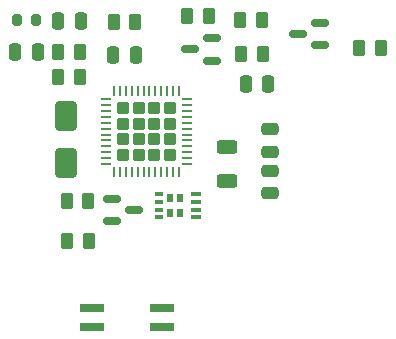
<source format=gbr>
%TF.GenerationSoftware,KiCad,Pcbnew,7.0.9*%
%TF.CreationDate,2024-04-10T12:07:57+02:00*%
%TF.ProjectId,Test_1,54657374-5f31-42e6-9b69-6361645f7063,rev?*%
%TF.SameCoordinates,Original*%
%TF.FileFunction,Paste,Top*%
%TF.FilePolarity,Positive*%
%FSLAX46Y46*%
G04 Gerber Fmt 4.6, Leading zero omitted, Abs format (unit mm)*
G04 Created by KiCad (PCBNEW 7.0.9) date 2024-04-10 12:07:57*
%MOMM*%
%LPD*%
G01*
G04 APERTURE LIST*
G04 Aperture macros list*
%AMRoundRect*
0 Rectangle with rounded corners*
0 $1 Rounding radius*
0 $2 $3 $4 $5 $6 $7 $8 $9 X,Y pos of 4 corners*
0 Add a 4 corners polygon primitive as box body*
4,1,4,$2,$3,$4,$5,$6,$7,$8,$9,$2,$3,0*
0 Add four circle primitives for the rounded corners*
1,1,$1+$1,$2,$3*
1,1,$1+$1,$4,$5*
1,1,$1+$1,$6,$7*
1,1,$1+$1,$8,$9*
0 Add four rect primitives between the rounded corners*
20,1,$1+$1,$2,$3,$4,$5,0*
20,1,$1+$1,$4,$5,$6,$7,0*
20,1,$1+$1,$6,$7,$8,$9,0*
20,1,$1+$1,$8,$9,$2,$3,0*%
G04 Aperture macros list end*
%ADD10RoundRect,0.250000X-0.262500X-0.450000X0.262500X-0.450000X0.262500X0.450000X-0.262500X0.450000X0*%
%ADD11R,2.159000X0.660400*%
%ADD12RoundRect,0.250000X-0.250000X-0.475000X0.250000X-0.475000X0.250000X0.475000X-0.250000X0.475000X0*%
%ADD13RoundRect,0.150000X-0.587500X-0.150000X0.587500X-0.150000X0.587500X0.150000X-0.587500X0.150000X0*%
%ADD14RoundRect,0.250000X0.262500X0.450000X-0.262500X0.450000X-0.262500X-0.450000X0.262500X-0.450000X0*%
%ADD15RoundRect,0.250000X-0.650000X1.000000X-0.650000X-1.000000X0.650000X-1.000000X0.650000X1.000000X0*%
%ADD16RoundRect,0.250000X-0.625000X0.312500X-0.625000X-0.312500X0.625000X-0.312500X0.625000X0.312500X0*%
%ADD17RoundRect,0.200000X0.200000X0.275000X-0.200000X0.275000X-0.200000X-0.275000X0.200000X-0.275000X0*%
%ADD18RoundRect,0.250000X0.250000X0.475000X-0.250000X0.475000X-0.250000X-0.475000X0.250000X-0.475000X0*%
%ADD19RoundRect,0.150000X0.587500X0.150000X-0.587500X0.150000X-0.587500X-0.150000X0.587500X-0.150000X0*%
%ADD20RoundRect,0.250000X0.475000X-0.250000X0.475000X0.250000X-0.475000X0.250000X-0.475000X-0.250000X0*%
%ADD21RoundRect,0.250000X0.285000X0.285000X-0.285000X0.285000X-0.285000X-0.285000X0.285000X-0.285000X0*%
%ADD22RoundRect,0.062500X0.337500X0.062500X-0.337500X0.062500X-0.337500X-0.062500X0.337500X-0.062500X0*%
%ADD23RoundRect,0.062500X0.062500X0.337500X-0.062500X0.337500X-0.062500X-0.337500X0.062500X-0.337500X0*%
%ADD24R,0.830000X0.300000*%
%ADD25R,0.510000X0.635000*%
%ADD26R,0.750000X0.300000*%
%ADD27RoundRect,0.250000X-0.475000X0.250000X-0.475000X-0.250000X0.475000X-0.250000X0.475000X0.250000X0*%
G04 APERTURE END LIST*
D10*
%TO.C,R3*%
X82187500Y-127200000D03*
X84012500Y-127200000D03*
%TD*%
D11*
%TO.C,L1*%
X85028200Y-148899800D03*
X85028200Y-150500000D03*
X90971800Y-150500000D03*
X90971800Y-148899800D03*
%TD*%
D12*
%TO.C,C7*%
X98050000Y-129900000D03*
X99950000Y-129900000D03*
%TD*%
D13*
%TO.C,Q3*%
X86762500Y-139650000D03*
X86762500Y-141550000D03*
X88637500Y-140600000D03*
%TD*%
D10*
%TO.C,R6*%
X93087500Y-124200000D03*
X94912500Y-124200000D03*
%TD*%
%TO.C,R11*%
X82937500Y-143250000D03*
X84762500Y-143250000D03*
%TD*%
D14*
%TO.C,R4*%
X99512500Y-127400000D03*
X97687500Y-127400000D03*
%TD*%
D15*
%TO.C,D1*%
X82800000Y-132600000D03*
X82800000Y-136600000D03*
%TD*%
D16*
%TO.C,R1*%
X96500000Y-135237500D03*
X96500000Y-138162500D03*
%TD*%
D12*
%TO.C,C5*%
X86850000Y-127500000D03*
X88750000Y-127500000D03*
%TD*%
%TO.C,C4*%
X78550000Y-127200000D03*
X80450000Y-127200000D03*
%TD*%
D17*
%TO.C,R2*%
X80325000Y-124500000D03*
X78675000Y-124500000D03*
%TD*%
D18*
%TO.C,C3*%
X84100000Y-124600000D03*
X82200000Y-124600000D03*
%TD*%
D19*
%TO.C,Q2*%
X95187500Y-127950000D03*
X95187500Y-126050000D03*
X93312500Y-127000000D03*
%TD*%
D20*
%TO.C,C2*%
X100100000Y-135650000D03*
X100100000Y-133750000D03*
%TD*%
D14*
%TO.C,R7*%
X84012500Y-129300000D03*
X82187500Y-129300000D03*
%TD*%
D21*
%TO.C,U1*%
X91630000Y-135930000D03*
X91630000Y-134610000D03*
X91630000Y-133290000D03*
X91630000Y-131970000D03*
X90310000Y-135930000D03*
X90310000Y-134610000D03*
X90310000Y-133290000D03*
X90310000Y-131970000D03*
X88990000Y-135930000D03*
X88990000Y-134610000D03*
X88990000Y-133290000D03*
X88990000Y-131970000D03*
X87670000Y-135930000D03*
X87670000Y-134610000D03*
X87670000Y-133290000D03*
X87670000Y-131970000D03*
D22*
X93100000Y-136700000D03*
X93100000Y-136200000D03*
X93100000Y-135700000D03*
X93100000Y-135200000D03*
X93100000Y-134700000D03*
X93100000Y-134200000D03*
X93100000Y-133700000D03*
X93100000Y-133200000D03*
X93100000Y-132700000D03*
X93100000Y-132200000D03*
X93100000Y-131700000D03*
X93100000Y-131200000D03*
D23*
X92400000Y-130500000D03*
X91900000Y-130500000D03*
X91400000Y-130500000D03*
X90900000Y-130500000D03*
X90400000Y-130500000D03*
X89900000Y-130500000D03*
X89400000Y-130500000D03*
X88900000Y-130500000D03*
X88400000Y-130500000D03*
X87900000Y-130500000D03*
X87400000Y-130500000D03*
X86900000Y-130500000D03*
D22*
X86200000Y-131200000D03*
X86200000Y-131700000D03*
X86200000Y-132200000D03*
X86200000Y-132700000D03*
X86200000Y-133200000D03*
X86200000Y-133700000D03*
X86200000Y-134200000D03*
X86200000Y-134700000D03*
X86200000Y-135200000D03*
X86200000Y-135700000D03*
X86200000Y-136200000D03*
X86200000Y-136700000D03*
D23*
X86900000Y-137400000D03*
X87400000Y-137400000D03*
X87900000Y-137400000D03*
X88400000Y-137400000D03*
X88900000Y-137400000D03*
X89400000Y-137400000D03*
X89900000Y-137400000D03*
X90400000Y-137400000D03*
X90900000Y-137400000D03*
X91400000Y-137400000D03*
X91900000Y-137400000D03*
X92400000Y-137400000D03*
%TD*%
D10*
%TO.C,R8*%
X107687500Y-126850000D03*
X109512500Y-126850000D03*
%TD*%
D14*
%TO.C,R9*%
X84712500Y-139800000D03*
X82887500Y-139800000D03*
%TD*%
D10*
%TO.C,R10*%
X97587500Y-124500000D03*
X99412500Y-124500000D03*
%TD*%
D24*
%TO.C,Q1*%
X93820000Y-141201000D03*
X93820000Y-140551000D03*
X93820000Y-139901000D03*
X93820000Y-139251000D03*
D25*
X92500000Y-140852000D03*
X92500000Y-139600000D03*
X91640000Y-140852000D03*
X91640000Y-139600000D03*
D26*
X90710000Y-141201000D03*
X90710000Y-140551000D03*
X90710000Y-139901000D03*
X90710000Y-139251000D03*
%TD*%
D10*
%TO.C,R5*%
X86887500Y-124700000D03*
X88712500Y-124700000D03*
%TD*%
D19*
%TO.C,Q4*%
X104337500Y-126650000D03*
X104337500Y-124750000D03*
X102462500Y-125700000D03*
%TD*%
D27*
%TO.C,C1*%
X100100000Y-137250000D03*
X100100000Y-139150000D03*
%TD*%
M02*

</source>
